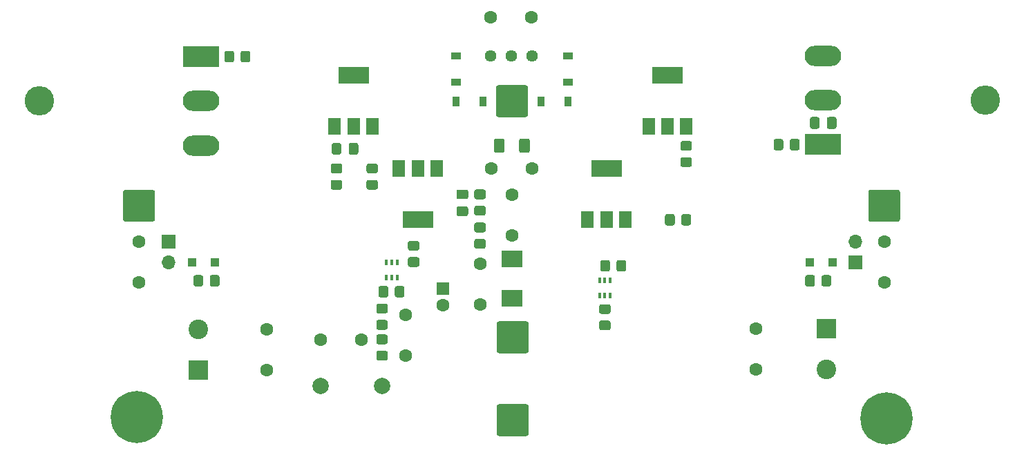
<source format=gbr>
G04 #@! TF.GenerationSoftware,KiCad,Pcbnew,(5.1.12-1-10_14)*
G04 #@! TF.CreationDate,2021-12-20T19:54:04+01:00*
G04 #@! TF.ProjectId,amp-mosfet-80w,616d702d-6d6f-4736-9665-742d3830772e,rev?*
G04 #@! TF.SameCoordinates,Original*
G04 #@! TF.FileFunction,Soldermask,Top*
G04 #@! TF.FilePolarity,Negative*
%FSLAX46Y46*%
G04 Gerber Fmt 4.6, Leading zero omitted, Abs format (unit mm)*
G04 Created by KiCad (PCBNEW (5.1.12-1-10_14)) date 2021-12-20 19:54:04*
%MOMM*%
%LPD*%
G01*
G04 APERTURE LIST*
%ADD10R,0.400000X0.650000*%
%ADD11R,2.600000X2.100000*%
%ADD12O,4.500000X2.500000*%
%ADD13R,4.500000X2.500000*%
%ADD14O,3.600000X3.600000*%
%ADD15R,1.500000X2.000000*%
%ADD16R,3.800000X2.000000*%
%ADD17R,1.100000X1.100000*%
%ADD18R,1.200000X0.900000*%
%ADD19R,0.900000X1.200000*%
%ADD20C,2.400000*%
%ADD21R,2.400000X2.400000*%
%ADD22C,2.000000*%
%ADD23C,1.600000*%
%ADD24C,1.440000*%
%ADD25C,0.800000*%
%ADD26C,6.400000*%
%ADD27O,1.700000X1.700000*%
%ADD28R,1.700000X1.700000*%
%ADD29R,1.600000X1.600000*%
G04 APERTURE END LIST*
D10*
X170101500Y-78869500D03*
X171401500Y-78869500D03*
X170751500Y-80769500D03*
X170751500Y-78869500D03*
X171401500Y-80769500D03*
X170101500Y-80769500D03*
G36*
G01*
X171383500Y-76638999D02*
X171383500Y-77539001D01*
G75*
G02*
X171133501Y-77789000I-249999J0D01*
G01*
X170433499Y-77789000D01*
G75*
G02*
X170183500Y-77539001I0J249999D01*
G01*
X170183500Y-76638999D01*
G75*
G02*
X170433499Y-76389000I249999J0D01*
G01*
X171133501Y-76389000D01*
G75*
G02*
X171383500Y-76638999I0J-249999D01*
G01*
G37*
G36*
G01*
X173383500Y-76638999D02*
X173383500Y-77539001D01*
G75*
G02*
X173133501Y-77789000I-249999J0D01*
G01*
X172433499Y-77789000D01*
G75*
G02*
X172183500Y-77539001I0J249999D01*
G01*
X172183500Y-76638999D01*
G75*
G02*
X172433499Y-76389000I249999J0D01*
G01*
X173133501Y-76389000D01*
G75*
G02*
X173383500Y-76638999I0J-249999D01*
G01*
G37*
G36*
G01*
X192624000Y-61779999D02*
X192624000Y-62680001D01*
G75*
G02*
X192374001Y-62930000I-249999J0D01*
G01*
X191673999Y-62930000D01*
G75*
G02*
X191424000Y-62680001I0J249999D01*
G01*
X191424000Y-61779999D01*
G75*
G02*
X191673999Y-61530000I249999J0D01*
G01*
X192374001Y-61530000D01*
G75*
G02*
X192624000Y-61779999I0J-249999D01*
G01*
G37*
G36*
G01*
X194624000Y-61779999D02*
X194624000Y-62680001D01*
G75*
G02*
X194374001Y-62930000I-249999J0D01*
G01*
X193673999Y-62930000D01*
G75*
G02*
X193424000Y-62680001I0J249999D01*
G01*
X193424000Y-61779999D01*
G75*
G02*
X193673999Y-61530000I249999J0D01*
G01*
X194374001Y-61530000D01*
G75*
G02*
X194624000Y-61779999I0J-249999D01*
G01*
G37*
G36*
G01*
X181171001Y-62973000D02*
X180270999Y-62973000D01*
G75*
G02*
X180021000Y-62723001I0J249999D01*
G01*
X180021000Y-62022999D01*
G75*
G02*
X180270999Y-61773000I249999J0D01*
G01*
X181171001Y-61773000D01*
G75*
G02*
X181421000Y-62022999I0J-249999D01*
G01*
X181421000Y-62723001D01*
G75*
G02*
X181171001Y-62973000I-249999J0D01*
G01*
G37*
G36*
G01*
X181171001Y-64973000D02*
X180270999Y-64973000D01*
G75*
G02*
X180021000Y-64723001I0J249999D01*
G01*
X180021000Y-64022999D01*
G75*
G02*
X180270999Y-63773000I249999J0D01*
G01*
X181171001Y-63773000D01*
G75*
G02*
X181421000Y-64022999I0J-249999D01*
G01*
X181421000Y-64723001D01*
G75*
G02*
X181171001Y-64973000I-249999J0D01*
G01*
G37*
D11*
X159385000Y-81100000D03*
X159385000Y-76200000D03*
G36*
G01*
X121536000Y-78480499D02*
X121536000Y-79380501D01*
G75*
G02*
X121286001Y-79630500I-249999J0D01*
G01*
X120585999Y-79630500D01*
G75*
G02*
X120336000Y-79380501I0J249999D01*
G01*
X120336000Y-78480499D01*
G75*
G02*
X120585999Y-78230500I249999J0D01*
G01*
X121286001Y-78230500D01*
G75*
G02*
X121536000Y-78480499I0J-249999D01*
G01*
G37*
G36*
G01*
X123536000Y-78480499D02*
X123536000Y-79380501D01*
G75*
G02*
X123286001Y-79630500I-249999J0D01*
G01*
X122585999Y-79630500D01*
G75*
G02*
X122336000Y-79380501I0J249999D01*
G01*
X122336000Y-78480499D01*
G75*
G02*
X122585999Y-78230500I249999J0D01*
G01*
X123286001Y-78230500D01*
G75*
G02*
X123536000Y-78480499I0J-249999D01*
G01*
G37*
G36*
G01*
X196497500Y-78480499D02*
X196497500Y-79380501D01*
G75*
G02*
X196247501Y-79630500I-249999J0D01*
G01*
X195547499Y-79630500D01*
G75*
G02*
X195297500Y-79380501I0J249999D01*
G01*
X195297500Y-78480499D01*
G75*
G02*
X195547499Y-78230500I249999J0D01*
G01*
X196247501Y-78230500D01*
G75*
G02*
X196497500Y-78480499I0J-249999D01*
G01*
G37*
G36*
G01*
X198497500Y-78480499D02*
X198497500Y-79380501D01*
G75*
G02*
X198247501Y-79630500I-249999J0D01*
G01*
X197547499Y-79630500D01*
G75*
G02*
X197297500Y-79380501I0J249999D01*
G01*
X197297500Y-78480499D01*
G75*
G02*
X197547499Y-78230500I249999J0D01*
G01*
X198247501Y-78230500D01*
G75*
G02*
X198497500Y-78480499I0J-249999D01*
G01*
G37*
G36*
G01*
X126114000Y-51885001D02*
X126114000Y-50984999D01*
G75*
G02*
X126363999Y-50735000I249999J0D01*
G01*
X127064001Y-50735000D01*
G75*
G02*
X127314000Y-50984999I0J-249999D01*
G01*
X127314000Y-51885001D01*
G75*
G02*
X127064001Y-52135000I-249999J0D01*
G01*
X126363999Y-52135000D01*
G75*
G02*
X126114000Y-51885001I0J249999D01*
G01*
G37*
G36*
G01*
X124114000Y-51885001D02*
X124114000Y-50984999D01*
G75*
G02*
X124363999Y-50735000I249999J0D01*
G01*
X125064001Y-50735000D01*
G75*
G02*
X125314000Y-50984999I0J-249999D01*
G01*
X125314000Y-51885001D01*
G75*
G02*
X125064001Y-52135000I-249999J0D01*
G01*
X124363999Y-52135000D01*
G75*
G02*
X124114000Y-51885001I0J249999D01*
G01*
G37*
G36*
G01*
X141789999Y-66551000D02*
X142690001Y-66551000D01*
G75*
G02*
X142940000Y-66800999I0J-249999D01*
G01*
X142940000Y-67501001D01*
G75*
G02*
X142690001Y-67751000I-249999J0D01*
G01*
X141789999Y-67751000D01*
G75*
G02*
X141540000Y-67501001I0J249999D01*
G01*
X141540000Y-66800999D01*
G75*
G02*
X141789999Y-66551000I249999J0D01*
G01*
G37*
G36*
G01*
X141789999Y-64551000D02*
X142690001Y-64551000D01*
G75*
G02*
X142940000Y-64800999I0J-249999D01*
G01*
X142940000Y-65501001D01*
G75*
G02*
X142690001Y-65751000I-249999J0D01*
G01*
X141789999Y-65751000D01*
G75*
G02*
X141540000Y-65501001I0J249999D01*
G01*
X141540000Y-64800999D01*
G75*
G02*
X141789999Y-64551000I249999J0D01*
G01*
G37*
G36*
G01*
X154997999Y-69726000D02*
X155898001Y-69726000D01*
G75*
G02*
X156148000Y-69975999I0J-249999D01*
G01*
X156148000Y-70676001D01*
G75*
G02*
X155898001Y-70926000I-249999J0D01*
G01*
X154997999Y-70926000D01*
G75*
G02*
X154748000Y-70676001I0J249999D01*
G01*
X154748000Y-69975999D01*
G75*
G02*
X154997999Y-69726000I249999J0D01*
G01*
G37*
G36*
G01*
X154997999Y-67726000D02*
X155898001Y-67726000D01*
G75*
G02*
X156148000Y-67975999I0J-249999D01*
G01*
X156148000Y-68676001D01*
G75*
G02*
X155898001Y-68926000I-249999J0D01*
G01*
X154997999Y-68926000D01*
G75*
G02*
X154748000Y-68676001I0J249999D01*
G01*
X154748000Y-67975999D01*
G75*
G02*
X154997999Y-67726000I249999J0D01*
G01*
G37*
G36*
G01*
X154997999Y-73790000D02*
X155898001Y-73790000D01*
G75*
G02*
X156148000Y-74039999I0J-249999D01*
G01*
X156148000Y-74740001D01*
G75*
G02*
X155898001Y-74990000I-249999J0D01*
G01*
X154997999Y-74990000D01*
G75*
G02*
X154748000Y-74740001I0J249999D01*
G01*
X154748000Y-74039999D01*
G75*
G02*
X154997999Y-73790000I249999J0D01*
G01*
G37*
G36*
G01*
X154997999Y-71790000D02*
X155898001Y-71790000D01*
G75*
G02*
X156148000Y-72039999I0J-249999D01*
G01*
X156148000Y-72740001D01*
G75*
G02*
X155898001Y-72990000I-249999J0D01*
G01*
X154997999Y-72990000D01*
G75*
G02*
X154748000Y-72740001I0J249999D01*
G01*
X154748000Y-72039999D01*
G75*
G02*
X154997999Y-71790000I249999J0D01*
G01*
G37*
G36*
G01*
X158459000Y-61732000D02*
X158459000Y-62982000D01*
G75*
G02*
X158209000Y-63232000I-250000J0D01*
G01*
X157409000Y-63232000D01*
G75*
G02*
X157159000Y-62982000I0J250000D01*
G01*
X157159000Y-61732000D01*
G75*
G02*
X157409000Y-61482000I250000J0D01*
G01*
X158209000Y-61482000D01*
G75*
G02*
X158459000Y-61732000I0J-250000D01*
G01*
G37*
G36*
G01*
X161559000Y-61732000D02*
X161559000Y-62982000D01*
G75*
G02*
X161309000Y-63232000I-250000J0D01*
G01*
X160509000Y-63232000D01*
G75*
G02*
X160259000Y-62982000I0J250000D01*
G01*
X160259000Y-61732000D01*
G75*
G02*
X160509000Y-61482000I250000J0D01*
G01*
X161309000Y-61482000D01*
G75*
G02*
X161559000Y-61732000I0J-250000D01*
G01*
G37*
G36*
G01*
X179321000Y-70987499D02*
X179321000Y-71887501D01*
G75*
G02*
X179071001Y-72137500I-249999J0D01*
G01*
X178370999Y-72137500D01*
G75*
G02*
X178121000Y-71887501I0J249999D01*
G01*
X178121000Y-70987499D01*
G75*
G02*
X178370999Y-70737500I249999J0D01*
G01*
X179071001Y-70737500D01*
G75*
G02*
X179321000Y-70987499I0J-249999D01*
G01*
G37*
G36*
G01*
X181321000Y-70987499D02*
X181321000Y-71887501D01*
G75*
G02*
X181071001Y-72137500I-249999J0D01*
G01*
X180370999Y-72137500D01*
G75*
G02*
X180121000Y-71887501I0J249999D01*
G01*
X180121000Y-70987499D01*
G75*
G02*
X180370999Y-70737500I249999J0D01*
G01*
X181071001Y-70737500D01*
G75*
G02*
X181321000Y-70987499I0J-249999D01*
G01*
G37*
G36*
G01*
X144205500Y-79813999D02*
X144205500Y-80714001D01*
G75*
G02*
X143955501Y-80964000I-249999J0D01*
G01*
X143255499Y-80964000D01*
G75*
G02*
X143005500Y-80714001I0J249999D01*
G01*
X143005500Y-79813999D01*
G75*
G02*
X143255499Y-79564000I249999J0D01*
G01*
X143955501Y-79564000D01*
G75*
G02*
X144205500Y-79813999I0J-249999D01*
G01*
G37*
G36*
G01*
X146205500Y-79813999D02*
X146205500Y-80714001D01*
G75*
G02*
X145955501Y-80964000I-249999J0D01*
G01*
X145255499Y-80964000D01*
G75*
G02*
X145005500Y-80714001I0J249999D01*
G01*
X145005500Y-79813999D01*
G75*
G02*
X145255499Y-79564000I249999J0D01*
G01*
X145955501Y-79564000D01*
G75*
G02*
X146205500Y-79813999I0J-249999D01*
G01*
G37*
G36*
G01*
X146869999Y-76028500D02*
X147770001Y-76028500D01*
G75*
G02*
X148020000Y-76278499I0J-249999D01*
G01*
X148020000Y-76978501D01*
G75*
G02*
X147770001Y-77228500I-249999J0D01*
G01*
X146869999Y-77228500D01*
G75*
G02*
X146620000Y-76978501I0J249999D01*
G01*
X146620000Y-76278499D01*
G75*
G02*
X146869999Y-76028500I249999J0D01*
G01*
G37*
G36*
G01*
X146869999Y-74028500D02*
X147770001Y-74028500D01*
G75*
G02*
X148020000Y-74278499I0J-249999D01*
G01*
X148020000Y-74978501D01*
G75*
G02*
X147770001Y-75228500I-249999J0D01*
G01*
X146869999Y-75228500D01*
G75*
G02*
X146620000Y-74978501I0J249999D01*
G01*
X146620000Y-74278499D01*
G75*
G02*
X146869999Y-74028500I249999J0D01*
G01*
G37*
G36*
G01*
X137408499Y-66551000D02*
X138308501Y-66551000D01*
G75*
G02*
X138558500Y-66800999I0J-249999D01*
G01*
X138558500Y-67501001D01*
G75*
G02*
X138308501Y-67751000I-249999J0D01*
G01*
X137408499Y-67751000D01*
G75*
G02*
X137158500Y-67501001I0J249999D01*
G01*
X137158500Y-66800999D01*
G75*
G02*
X137408499Y-66551000I249999J0D01*
G01*
G37*
G36*
G01*
X137408499Y-64551000D02*
X138308501Y-64551000D01*
G75*
G02*
X138558500Y-64800999I0J-249999D01*
G01*
X138558500Y-65501001D01*
G75*
G02*
X138308501Y-65751000I-249999J0D01*
G01*
X137408499Y-65751000D01*
G75*
G02*
X137158500Y-65501001I0J249999D01*
G01*
X137158500Y-64800999D01*
G75*
G02*
X137408499Y-64551000I249999J0D01*
G01*
G37*
G36*
G01*
X170301499Y-83791500D02*
X171201501Y-83791500D01*
G75*
G02*
X171451500Y-84041499I0J-249999D01*
G01*
X171451500Y-84741501D01*
G75*
G02*
X171201501Y-84991500I-249999J0D01*
G01*
X170301499Y-84991500D01*
G75*
G02*
X170051500Y-84741501I0J249999D01*
G01*
X170051500Y-84041499D01*
G75*
G02*
X170301499Y-83791500I249999J0D01*
G01*
G37*
G36*
G01*
X170301499Y-81791500D02*
X171201501Y-81791500D01*
G75*
G02*
X171451500Y-82041499I0J-249999D01*
G01*
X171451500Y-82741501D01*
G75*
G02*
X171201501Y-82991500I-249999J0D01*
G01*
X170301499Y-82991500D01*
G75*
G02*
X170051500Y-82741501I0J249999D01*
G01*
X170051500Y-82041499D01*
G75*
G02*
X170301499Y-81791500I249999J0D01*
G01*
G37*
G36*
G01*
X142996499Y-83728000D02*
X143896501Y-83728000D01*
G75*
G02*
X144146500Y-83977999I0J-249999D01*
G01*
X144146500Y-84678001D01*
G75*
G02*
X143896501Y-84928000I-249999J0D01*
G01*
X142996499Y-84928000D01*
G75*
G02*
X142746500Y-84678001I0J249999D01*
G01*
X142746500Y-83977999D01*
G75*
G02*
X142996499Y-83728000I249999J0D01*
G01*
G37*
G36*
G01*
X142996499Y-81728000D02*
X143896501Y-81728000D01*
G75*
G02*
X144146500Y-81977999I0J-249999D01*
G01*
X144146500Y-82678001D01*
G75*
G02*
X143896501Y-82928000I-249999J0D01*
G01*
X142996499Y-82928000D01*
G75*
G02*
X142746500Y-82678001I0J249999D01*
G01*
X142746500Y-81977999D01*
G75*
G02*
X142996499Y-81728000I249999J0D01*
G01*
G37*
G36*
G01*
X142996499Y-87506000D02*
X143896501Y-87506000D01*
G75*
G02*
X144146500Y-87755999I0J-249999D01*
G01*
X144146500Y-88456001D01*
G75*
G02*
X143896501Y-88706000I-249999J0D01*
G01*
X142996499Y-88706000D01*
G75*
G02*
X142746500Y-88456001I0J249999D01*
G01*
X142746500Y-87755999D01*
G75*
G02*
X142996499Y-87506000I249999J0D01*
G01*
G37*
G36*
G01*
X142996499Y-85506000D02*
X143896501Y-85506000D01*
G75*
G02*
X144146500Y-85755999I0J-249999D01*
G01*
X144146500Y-86456001D01*
G75*
G02*
X143896501Y-86706000I-249999J0D01*
G01*
X142996499Y-86706000D01*
G75*
G02*
X142746500Y-86456001I0J249999D01*
G01*
X142746500Y-85755999D01*
G75*
G02*
X142996499Y-85506000I249999J0D01*
G01*
G37*
D12*
X197485000Y-51308000D03*
X197485000Y-56758000D03*
D13*
X197485000Y-62208000D03*
D14*
X217345000Y-56758000D03*
D12*
X121285000Y-62335000D03*
X121285000Y-56885000D03*
D13*
X121285000Y-51435000D03*
D14*
X101425000Y-56885000D03*
D15*
X137654000Y-60021000D03*
X142254000Y-60021000D03*
X139954000Y-60021000D03*
D16*
X139954000Y-53721000D03*
D15*
X176135000Y-60021000D03*
X180735000Y-60021000D03*
X178435000Y-60021000D03*
D16*
X178435000Y-53721000D03*
D15*
X168642000Y-71451000D03*
X173242000Y-71451000D03*
X170942000Y-71451000D03*
D16*
X170942000Y-65151000D03*
D15*
X150128000Y-65151000D03*
X145528000Y-65151000D03*
X147828000Y-65151000D03*
D16*
X147828000Y-71451000D03*
D10*
X144005500Y-76632000D03*
X145305500Y-76632000D03*
X144655500Y-78532000D03*
X144655500Y-76632000D03*
X145305500Y-78532000D03*
X144005500Y-78532000D03*
D17*
X122942000Y-76644500D03*
X120142000Y-76644500D03*
X198691500Y-76644500D03*
X195891500Y-76644500D03*
D18*
X152527000Y-51308000D03*
X152527000Y-54608000D03*
D19*
X155828000Y-56896000D03*
X152528000Y-56896000D03*
X162942000Y-56896000D03*
X166242000Y-56896000D03*
D18*
X166243000Y-51308000D03*
X166243000Y-54608000D03*
G36*
G01*
X152814000Y-69813500D02*
X153764000Y-69813500D01*
G75*
G02*
X154014000Y-70063500I0J-250000D01*
G01*
X154014000Y-70738500D01*
G75*
G02*
X153764000Y-70988500I-250000J0D01*
G01*
X152814000Y-70988500D01*
G75*
G02*
X152564000Y-70738500I0J250000D01*
G01*
X152564000Y-70063500D01*
G75*
G02*
X152814000Y-69813500I250000J0D01*
G01*
G37*
G36*
G01*
X152814000Y-67738500D02*
X153764000Y-67738500D01*
G75*
G02*
X154014000Y-67988500I0J-250000D01*
G01*
X154014000Y-68663500D01*
G75*
G02*
X153764000Y-68913500I-250000J0D01*
G01*
X152814000Y-68913500D01*
G75*
G02*
X152564000Y-68663500I0J250000D01*
G01*
X152564000Y-67988500D01*
G75*
G02*
X152814000Y-67738500I250000J0D01*
G01*
G37*
D20*
X120904000Y-84836000D03*
D21*
X120904000Y-89836000D03*
D20*
X197866000Y-89772500D03*
D21*
X197866000Y-84772500D03*
G36*
G01*
X197956500Y-60038000D02*
X197956500Y-59088000D01*
G75*
G02*
X198206500Y-58838000I250000J0D01*
G01*
X198881500Y-58838000D01*
G75*
G02*
X199131500Y-59088000I0J-250000D01*
G01*
X199131500Y-60038000D01*
G75*
G02*
X198881500Y-60288000I-250000J0D01*
G01*
X198206500Y-60288000D01*
G75*
G02*
X197956500Y-60038000I0J250000D01*
G01*
G37*
G36*
G01*
X195881500Y-60038000D02*
X195881500Y-59088000D01*
G75*
G02*
X196131500Y-58838000I250000J0D01*
G01*
X196806500Y-58838000D01*
G75*
G02*
X197056500Y-59088000I0J-250000D01*
G01*
X197056500Y-60038000D01*
G75*
G02*
X196806500Y-60288000I-250000J0D01*
G01*
X196131500Y-60288000D01*
G75*
G02*
X195881500Y-60038000I0J250000D01*
G01*
G37*
G36*
G01*
X139366500Y-63213000D02*
X139366500Y-62263000D01*
G75*
G02*
X139616500Y-62013000I250000J0D01*
G01*
X140291500Y-62013000D01*
G75*
G02*
X140541500Y-62263000I0J-250000D01*
G01*
X140541500Y-63213000D01*
G75*
G02*
X140291500Y-63463000I-250000J0D01*
G01*
X139616500Y-63463000D01*
G75*
G02*
X139366500Y-63213000I0J250000D01*
G01*
G37*
G36*
G01*
X137291500Y-63213000D02*
X137291500Y-62263000D01*
G75*
G02*
X137541500Y-62013000I250000J0D01*
G01*
X138216500Y-62013000D01*
G75*
G02*
X138466500Y-62263000I0J-250000D01*
G01*
X138466500Y-63213000D01*
G75*
G02*
X138216500Y-63463000I-250000J0D01*
G01*
X137541500Y-63463000D01*
G75*
G02*
X137291500Y-63213000I0J250000D01*
G01*
G37*
D22*
X143446500Y-91821000D03*
X135890000Y-91821000D03*
D23*
X113665000Y-74104500D03*
X113665000Y-79104500D03*
X204978000Y-79104500D03*
X204978000Y-74104500D03*
D24*
X156718000Y-51308000D03*
X159258000Y-51308000D03*
X161798000Y-51308000D03*
D25*
X206929056Y-94060944D03*
X205232000Y-93358000D03*
X203534944Y-94060944D03*
X202832000Y-95758000D03*
X203534944Y-97455056D03*
X205232000Y-98158000D03*
X206929056Y-97455056D03*
X207632000Y-95758000D03*
D26*
X205232000Y-95758000D03*
D25*
X115108056Y-93933944D03*
X113411000Y-93231000D03*
X111713944Y-93933944D03*
X111011000Y-95631000D03*
X111713944Y-97328056D03*
X113411000Y-98031000D03*
X115108056Y-97328056D03*
X115811000Y-95631000D03*
D26*
X113411000Y-95631000D03*
D27*
X117284500Y-76644500D03*
D28*
X117284500Y-74104500D03*
D27*
X201485500Y-74104500D03*
D28*
X201485500Y-76644500D03*
G36*
G01*
X157498500Y-97711999D02*
X157498500Y-94312001D01*
G75*
G02*
X157748501Y-94062000I250001J0D01*
G01*
X161148499Y-94062000D01*
G75*
G02*
X161398500Y-94312001I0J-250001D01*
G01*
X161398500Y-97711999D01*
G75*
G02*
X161148499Y-97962000I-250001J0D01*
G01*
X157748501Y-97962000D01*
G75*
G02*
X157498500Y-97711999I0J250001D01*
G01*
G37*
G36*
G01*
X157498500Y-87551999D02*
X157498500Y-84152001D01*
G75*
G02*
X157748501Y-83902000I250001J0D01*
G01*
X161148499Y-83902000D01*
G75*
G02*
X161398500Y-84152001I0J-250001D01*
G01*
X161398500Y-87551999D01*
G75*
G02*
X161148499Y-87802000I-250001J0D01*
G01*
X157748501Y-87802000D01*
G75*
G02*
X157498500Y-87551999I0J250001D01*
G01*
G37*
G36*
G01*
X157435000Y-58595999D02*
X157435000Y-55196001D01*
G75*
G02*
X157685001Y-54946000I250001J0D01*
G01*
X161084999Y-54946000D01*
G75*
G02*
X161335000Y-55196001I0J-250001D01*
G01*
X161335000Y-58595999D01*
G75*
G02*
X161084999Y-58846000I-250001J0D01*
G01*
X157685001Y-58846000D01*
G75*
G02*
X157435000Y-58595999I0J250001D01*
G01*
G37*
G36*
G01*
X111715000Y-71422999D02*
X111715000Y-68023001D01*
G75*
G02*
X111965001Y-67773000I250001J0D01*
G01*
X115364999Y-67773000D01*
G75*
G02*
X115615000Y-68023001I0J-250001D01*
G01*
X115615000Y-71422999D01*
G75*
G02*
X115364999Y-71673000I-250001J0D01*
G01*
X111965001Y-71673000D01*
G75*
G02*
X111715000Y-71422999I0J250001D01*
G01*
G37*
G36*
G01*
X203028000Y-71422999D02*
X203028000Y-68023001D01*
G75*
G02*
X203278001Y-67773000I250001J0D01*
G01*
X206677999Y-67773000D01*
G75*
G02*
X206928000Y-68023001I0J-250001D01*
G01*
X206928000Y-71422999D01*
G75*
G02*
X206677999Y-71673000I-250001J0D01*
G01*
X203278001Y-71673000D01*
G75*
G02*
X203028000Y-71422999I0J250001D01*
G01*
G37*
D23*
X159385000Y-73326000D03*
X159385000Y-68326000D03*
X129286000Y-84836000D03*
X129286000Y-89836000D03*
X189230000Y-89789000D03*
X189230000Y-84789000D03*
X161718000Y-46609000D03*
X156718000Y-46609000D03*
X155448000Y-81835000D03*
X155448000Y-76835000D03*
X150939500Y-81883000D03*
D29*
X150939500Y-79883000D03*
D23*
X156798000Y-65151000D03*
X161798000Y-65151000D03*
X146367500Y-88121500D03*
X146367500Y-83121500D03*
X135890000Y-86106000D03*
X140890000Y-86106000D03*
M02*

</source>
